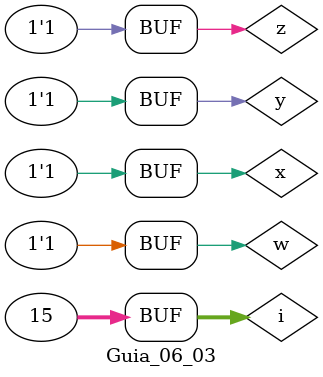
<source format=v>
/*
* Aluno: Henrique Augusto Rodrigues
* Matricula: 675263
* Arquitetura 1 - Tarde
* Guia_05  Exemplo 0603.
*/
module a (output s, input x, y, w, z);
assign s = (~x&~y&~w&z)|(y&w&z)|(y&w&~z)|(~x&w&~z);
endmodule

module b (output s, input x, y, w, z);
assign s = (~x&~y&~z)|(y&~w&~z)|(~x&w&z);
endmodule

module c (output s, input x, y, w, z);
assign s = (~x&~y)|(~w&z)|(x&~y&~w);
endmodule

module d (output s, input x, y, w, z);
assign s = (w&~z)|(y&~w&~z)|(x&~w&~z);
endmodule

module e (output s, input x, y, w,z);
assign s = (~x&~y&~w)|(~x&~y&w&~z)|(x&y&z)|(x&y&w)|(y&w&z)|(x&~y&~w&~z);
endmodule

module Guia_06_03;
// define data
reg x, y, w, z;
integer i;
wire sa, sb, sc, sd, se;

//instantiate
a a1 (sa, x, y, w, z);
b b1 (sb, x, y, w, z);
c c1 (sc, x, y, w, z);
d d1 (sd, x, y, w, z);
e e1 (se, x, y, w, z);

// initial values
initial
begin : start
x=1'b0; y=1'b0; w=1'b0; z=1'b0; i=0;
end

//main
initial
begin : main
//id
$display("Guia 06 Ex. 03");

//monitor
$display("\na) ∑ m ( 1, 3, 6, 7, 11, 15 )");
$display(" Reduzida: (x'.y'.w'.z)+(y.w.z)+(y.w.z')+(x'.w.z')");

$display("  m | Reduzida");
$monitor(" %2d |    %b", i, sa);

//signals
#1 x=0; y=0; w=0; z=1; i=1;
#1 x=0; y=0; w=1; z=0; i=2;
#1 x=0; y=0; w=1; z=1; i=3;
#1 x=0; y=1; w=0; z=0; i=4;
#1 x=0; y=1; w=0; z=1; i=5;
#1 x=0; y=1; w=1; z=0; i=6;
#1 x=0; y=1; w=1; z=1; i=7;
#1 x=1; y=0; w=0; z=0; i=8;
#1 x=1; y=0; w=0; z=1; i=9;
#1 x=1; y=0; w=1; z=0; i=10;
#1 x=1; y=0; w=1; z=1; i=11;
#1 x=1; y=1; w=0; z=0; i=12;
#1 x=1; y=1; w=0; z=1; i=13;
#1 x=1; y=1; w=1; z=0; i=14;
#1 x=1; y=1; w=1; z=1; i=15;

//first signal b
#1 x=0; y=0; w=0; z=0; i=0;

//monitor
$display("\nb) ∑ m ( 0, 2, 3, 5, 9, 13 )");
$display(" Reduzida: (x'.y'z')+(y.w'z')+(x'.w.z)");

$display("  m | Reduzida");
$monitor(" %2d |    %b", i, sb);

//signals
#1 x=0; y=0; w=0; z=1; i=1;
#1 x=0; y=0; w=1; z=0; i=2;
#1 x=0; y=0; w=1; z=1; i=3;
#1 x=0; y=1; w=0; z=0; i=4;
#1 x=0; y=1; w=0; z=1; i=5;
#1 x=0; y=1; w=1; z=0; i=6;
#1 x=0; y=1; w=1; z=1; i=7;
#1 x=1; y=0; w=0; z=0; i=8;
#1 x=1; y=0; w=0; z=1; i=9;
#1 x=1; y=0; w=1; z=0; i=10;
#1 x=1; y=0; w=1; z=1; i=11;
#1 x=1; y=1; w=0; z=0; i=12;
#1 x=1; y=1; w=0; z=1; i=13;
#1 x=1; y=1; w=1; z=0; i=14;
#1 x=1; y=1; w=1; z=1; i=15;

//first signal c
#1 x=0; y=0; w=0; z=0; i=0;

//monitor
$display("\nc) ∑ m ( 0, 1, 2, 3, 5, 8, 10, 12 )");
$display(" Reduzida: (x'.y')+(w'.z).(x.y'.w')");

$display("  m | Reduzida");
$monitor(" %2d |    %b", i, sc);

//signals
#1 x=0; y=0; w=0; z=1; i=1;
#1 x=0; y=0; w=1; z=0; i=2;
#1 x=0; y=0; w=1; z=1; i=3;
#1 x=0; y=1; w=0; z=0; i=4;
#1 x=0; y=1; w=0; z=1; i=5;
#1 x=0; y=1; w=1; z=0; i=6;
#1 x=0; y=1; w=1; z=1; i=7;
#1 x=1; y=0; w=0; z=0; i=8;
#1 x=1; y=0; w=0; z=1; i=9;
#1 x=1; y=0; w=1; z=0; i=10;
#1 x=1; y=0; w=1; z=1; i=11;
#1 x=1; y=1; w=0; z=0; i=12;
#1 x=1; y=1; w=0; z=1; i=13;
#1 x=1; y=1; w=1; z=0; i=14;
#1 x=1; y=1; w=1; z=1; i=15;

//first signal d
#1 x=0; y=0; w=0; z=0; i=0;

//monitor
$display("\nd) ∑ m ( 2, 4, 5, 8, 10, 12, 13 )");
$display(" Reduzida: (w.z')+(y.w'.z')+(x.w'.z')");

$display("  m | Reduzida");
$monitor(" %2d |    %b", i, sd);

//signals
#1 x=0; y=0; w=0; z=1; i=1;
#1 x=0; y=0; w=1; z=0; i=2;
#1 x=0; y=0; w=1; z=1; i=3;
#1 x=0; y=1; w=0; z=0; i=4;
#1 x=0; y=1; w=0; z=1; i=5;
#1 x=0; y=1; w=1; z=0; i=6;
#1 x=0; y=1; w=1; z=1; i=7;
#1 x=1; y=0; w=0; z=0; i=8;
#1 x=1; y=0; w=0; z=1; i=9;
#1 x=1; y=0; w=1; z=0; i=10;
#1 x=1; y=0; w=1; z=1; i=11;
#1 x=1; y=1; w=0; z=0; i=12;
#1 x=1; y=1; w=0; z=1; i=13;
#1 x=1; y=1; w=1; z=0; i=14;
#1 x=1; y=1; w=1; z=1; i=15;

//first signal e
#1 x=0; y=0; w=0; z=0; i=0;

//monitor
$display("\ne) ∑ m ( 0, 1, 2, 7, 9, 11, 13, 15 )");
$display(" Reduzida: (x.y'.w'.z')+(z'.y'.w')+(x.y.z)+(x.y.w)+(y.w.z)");

$display("  m | Reduzida");
$monitor(" %2d |    %b", i, se);

//signals
#1 x=0; y=0; w=0; z=1; i=1;
#1 x=0; y=0; w=1; z=0; i=2;
#1 x=0; y=0; w=1; z=1; i=3;
#1 x=0; y=1; w=0; z=0; i=4;
#1 x=0; y=1; w=0; z=1; i=5;
#1 x=0; y=1; w=1; z=0; i=6;
#1 x=0; y=1; w=1; z=1; i=7;
#1 x=1; y=0; w=0; z=0; i=8;
#1 x=1; y=0; w=0; z=1; i=9;
#1 x=1; y=0; w=1; z=0; i=10;
#1 x=1; y=0; w=1; z=1; i=11;
#1 x=1; y=1; w=0; z=0; i=12;
#1 x=1; y=1; w=0; z=1; i=13;
#1 x=1; y=1; w=1; z=0; i=14;
#1 x=1; y=1; w=1; z=1; i=15;

end // main
endmodule // Guia

</source>
